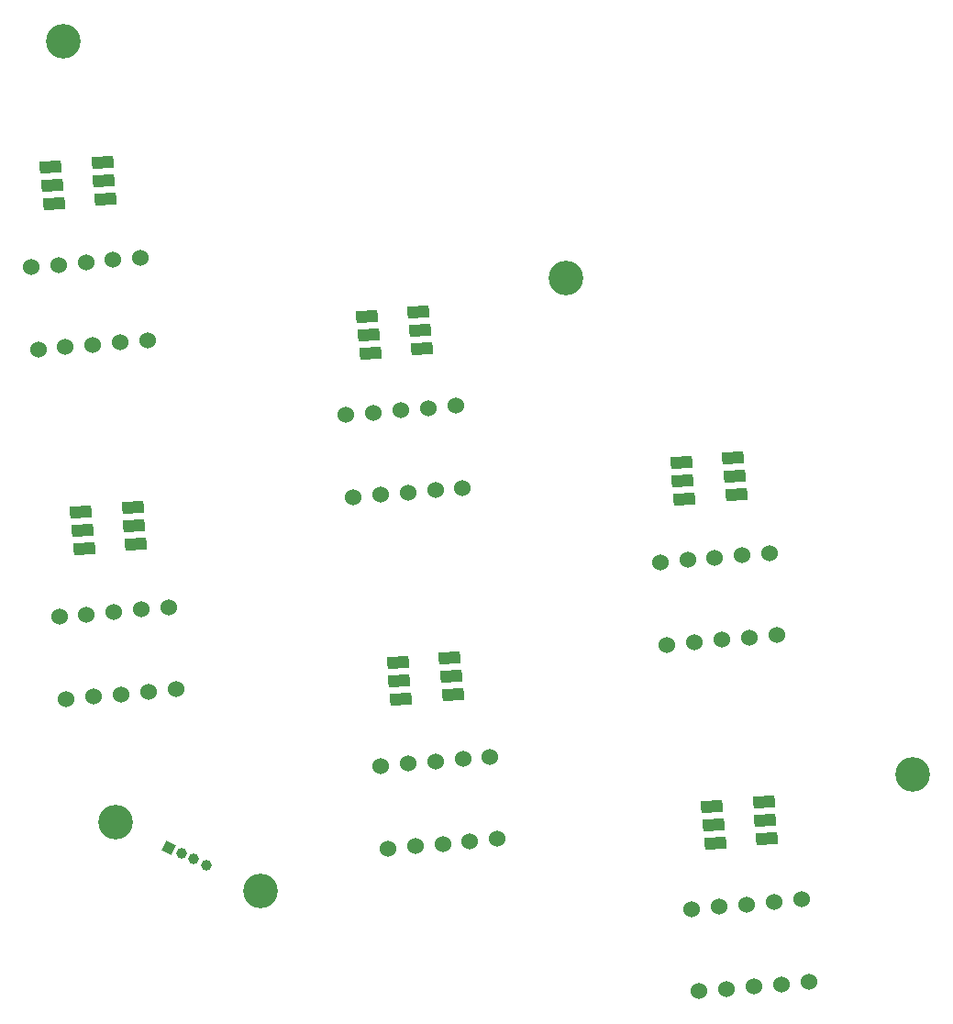
<source format=gbr>
%TF.GenerationSoftware,KiCad,Pcbnew,7.0.10-7.0.10~ubuntu22.04.1*%
%TF.CreationDate,2025-04-20T12:02:29+07:00*%
%TF.ProjectId,catan100,63617461-6e31-4303-902e-6b696361645f,rev?*%
%TF.SameCoordinates,Original*%
%TF.FileFunction,Soldermask,Top*%
%TF.FilePolarity,Negative*%
%FSLAX46Y46*%
G04 Gerber Fmt 4.6, Leading zero omitted, Abs format (unit mm)*
G04 Created by KiCad (PCBNEW 7.0.10-7.0.10~ubuntu22.04.1) date 2025-04-20 12:02:29*
%MOMM*%
%LPD*%
G01*
G04 APERTURE LIST*
G04 Aperture macros list*
%AMHorizOval*
0 Thick line with rounded ends*
0 $1 width*
0 $2 $3 position (X,Y) of the first rounded end (center of the circle)*
0 $4 $5 position (X,Y) of the second rounded end (center of the circle)*
0 Add line between two ends*
20,1,$1,$2,$3,$4,$5,0*
0 Add two circle primitives to create the rounded ends*
1,1,$1,$2,$3*
1,1,$1,$4,$5*%
%AMRotRect*
0 Rectangle, with rotation*
0 The origin of the aperture is its center*
0 $1 length*
0 $2 width*
0 $3 Rotation angle, in degrees counterclockwise*
0 Add horizontal line*
21,1,$1,$2,0,0,$3*%
G04 Aperture macros list end*
%ADD10C,3.200000*%
%ADD11C,1.524000*%
%ADD12RotRect,1.100000X2.000000X95.000000*%
%ADD13RotRect,1.000000X1.000000X245.000000*%
%ADD14HorizOval,1.000000X0.000000X0.000000X0.000000X0.000000X0*%
G04 APERTURE END LIST*
D10*
%TO.C,H2*%
X208600000Y-58800000D03*
%TD*%
D11*
%TO.C,U4*%
X217942788Y-92676506D03*
X220473123Y-92455130D03*
X223003457Y-92233755D03*
X225533792Y-92012379D03*
X228064126Y-91791004D03*
X227400000Y-84200000D03*
X224869665Y-84421376D03*
X222339331Y-84642751D03*
X219808996Y-84864127D03*
X217278662Y-85085502D03*
%TD*%
%TO.C,U6*%
X192142788Y-111476506D03*
X194673123Y-111255130D03*
X197203457Y-111033755D03*
X199733792Y-110812379D03*
X202264126Y-110591004D03*
X201600000Y-103000000D03*
X199069665Y-103221376D03*
X196539331Y-103442751D03*
X194008996Y-103664127D03*
X191478662Y-103885502D03*
%TD*%
D10*
%TO.C,H1*%
X162200000Y-37000000D03*
%TD*%
D12*
%TO.C,D2*%
X190218265Y-62418348D03*
X190366430Y-64111879D03*
X190514594Y-65805410D03*
X195296329Y-65387062D03*
X195148164Y-63693531D03*
X195000000Y-62000000D03*
%TD*%
D11*
%TO.C,U7*%
X220873123Y-124655130D03*
X223403458Y-124433754D03*
X225933792Y-124212379D03*
X228464127Y-123991003D03*
X230994461Y-123769628D03*
X230330335Y-116178624D03*
X227800000Y-116400000D03*
X225269666Y-116621375D03*
X222739331Y-116842751D03*
X220208997Y-117064126D03*
%TD*%
%TO.C,U2*%
X159871394Y-65438253D03*
X162401729Y-65216877D03*
X164932063Y-64995502D03*
X167462398Y-64774126D03*
X169992732Y-64552751D03*
X169328606Y-56961747D03*
X166798271Y-57183123D03*
X164267937Y-57404498D03*
X161737602Y-57625874D03*
X159207268Y-57847249D03*
%TD*%
D12*
%TO.C,D6*%
X222060968Y-107618348D03*
X222209133Y-109311879D03*
X222357297Y-111005410D03*
X227139032Y-110587062D03*
X226990867Y-108893531D03*
X226842703Y-107200000D03*
%TD*%
%TO.C,D4*%
X163818265Y-80418348D03*
X163966430Y-82111879D03*
X164114594Y-83805410D03*
X168896329Y-83387062D03*
X168748164Y-81693531D03*
X168600000Y-80000000D03*
%TD*%
%TO.C,D1*%
X161018265Y-48618348D03*
X161166430Y-50311879D03*
X161314594Y-52005410D03*
X166096329Y-51587062D03*
X165948164Y-49893531D03*
X165800000Y-48200000D03*
%TD*%
D11*
%TO.C,U3*%
X188942788Y-79076506D03*
X191473123Y-78855130D03*
X194003457Y-78633755D03*
X196533792Y-78412379D03*
X199064126Y-78191004D03*
X198400000Y-70600000D03*
X195869665Y-70821376D03*
X193339331Y-71042751D03*
X190808996Y-71264127D03*
X188278662Y-71485502D03*
%TD*%
D12*
%TO.C,D5*%
X193060968Y-94315643D03*
X193209133Y-96009174D03*
X193357297Y-97702705D03*
X198139032Y-97284357D03*
X197990867Y-95590826D03*
X197842703Y-93897295D03*
%TD*%
D10*
%TO.C,H4*%
X167000000Y-109000000D03*
%TD*%
%TO.C,H5*%
X180400000Y-115400000D03*
%TD*%
D11*
%TO.C,U5*%
X162478662Y-97685502D03*
X165008997Y-97464126D03*
X167539331Y-97242751D03*
X170069666Y-97021375D03*
X172600000Y-96800000D03*
X171935874Y-89208996D03*
X169405539Y-89430372D03*
X166875205Y-89651747D03*
X164344870Y-89873123D03*
X161814536Y-90094498D03*
%TD*%
D12*
%TO.C,D3*%
X219218265Y-75818348D03*
X219366430Y-77511879D03*
X219514594Y-79205410D03*
X224296329Y-78787062D03*
X224148164Y-77093531D03*
X224000000Y-75400000D03*
%TD*%
D10*
%TO.C,H3*%
X240600000Y-104600000D03*
%TD*%
D13*
%TO.C,J1*%
X171946967Y-111389824D03*
D14*
X173097978Y-111926549D03*
X174248989Y-112463274D03*
X175400000Y-113000000D03*
%TD*%
M02*

</source>
